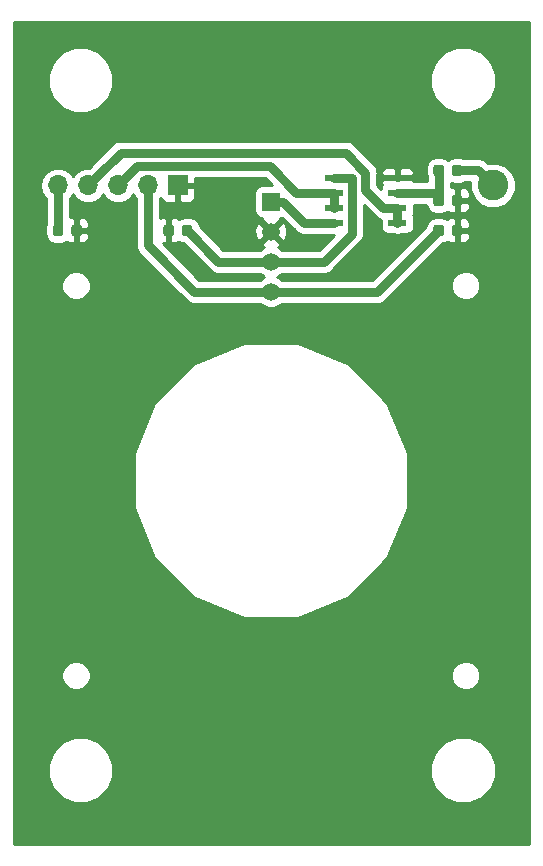
<source format=gbr>
G04 #@! TF.GenerationSoftware,KiCad,Pcbnew,(5.0.2)-1*
G04 #@! TF.CreationDate,2019-05-20T19:12:17+02:00*
G04 #@! TF.ProjectId,Carte capteurs 2,43617274-6520-4636-9170-746575727320,rev?*
G04 #@! TF.SameCoordinates,Original*
G04 #@! TF.FileFunction,Copper,L1,Top*
G04 #@! TF.FilePolarity,Positive*
%FSLAX46Y46*%
G04 Gerber Fmt 4.6, Leading zero omitted, Abs format (unit mm)*
G04 Created by KiCad (PCBNEW (5.0.2)-1) date 20/05/2019 19:12:17*
%MOMM*%
%LPD*%
G01*
G04 APERTURE LIST*
G04 #@! TA.AperFunction,Conductor*
%ADD10C,0.100000*%
G04 #@! TD*
G04 #@! TA.AperFunction,SMDPad,CuDef*
%ADD11C,0.875000*%
G04 #@! TD*
G04 #@! TA.AperFunction,ComponentPad*
%ADD12C,2.600000*%
G04 #@! TD*
G04 #@! TA.AperFunction,ComponentPad*
%ADD13R,1.700000X1.700000*%
G04 #@! TD*
G04 #@! TA.AperFunction,ComponentPad*
%ADD14O,1.700000X1.700000*%
G04 #@! TD*
G04 #@! TA.AperFunction,SMDPad,CuDef*
%ADD15R,1.550000X0.600000*%
G04 #@! TD*
G04 #@! TA.AperFunction,ComponentPad*
%ADD16C,1.500000*%
G04 #@! TD*
G04 #@! TA.AperFunction,ComponentPad*
%ADD17R,1.500000X1.500000*%
G04 #@! TD*
G04 #@! TA.AperFunction,Conductor*
%ADD18C,0.750000*%
G04 #@! TD*
G04 #@! TA.AperFunction,Conductor*
%ADD19C,0.254000*%
G04 #@! TD*
G04 APERTURE END LIST*
D10*
G04 #@! TO.N,GND*
G04 #@! TO.C,C1*
G36*
X37375191Y-42706053D02*
X37396426Y-42709203D01*
X37417250Y-42714419D01*
X37437462Y-42721651D01*
X37456868Y-42730830D01*
X37475281Y-42741866D01*
X37492524Y-42754654D01*
X37508430Y-42769070D01*
X37522846Y-42784976D01*
X37535634Y-42802219D01*
X37546670Y-42820632D01*
X37555849Y-42840038D01*
X37563081Y-42860250D01*
X37568297Y-42881074D01*
X37571447Y-42902309D01*
X37572500Y-42923750D01*
X37572500Y-43436250D01*
X37571447Y-43457691D01*
X37568297Y-43478926D01*
X37563081Y-43499750D01*
X37555849Y-43519962D01*
X37546670Y-43539368D01*
X37535634Y-43557781D01*
X37522846Y-43575024D01*
X37508430Y-43590930D01*
X37492524Y-43605346D01*
X37475281Y-43618134D01*
X37456868Y-43629170D01*
X37437462Y-43638349D01*
X37417250Y-43645581D01*
X37396426Y-43650797D01*
X37375191Y-43653947D01*
X37353750Y-43655000D01*
X36916250Y-43655000D01*
X36894809Y-43653947D01*
X36873574Y-43650797D01*
X36852750Y-43645581D01*
X36832538Y-43638349D01*
X36813132Y-43629170D01*
X36794719Y-43618134D01*
X36777476Y-43605346D01*
X36761570Y-43590930D01*
X36747154Y-43575024D01*
X36734366Y-43557781D01*
X36723330Y-43539368D01*
X36714151Y-43519962D01*
X36706919Y-43499750D01*
X36701703Y-43478926D01*
X36698553Y-43457691D01*
X36697500Y-43436250D01*
X36697500Y-42923750D01*
X36698553Y-42902309D01*
X36701703Y-42881074D01*
X36706919Y-42860250D01*
X36714151Y-42840038D01*
X36723330Y-42820632D01*
X36734366Y-42802219D01*
X36747154Y-42784976D01*
X36761570Y-42769070D01*
X36777476Y-42754654D01*
X36794719Y-42741866D01*
X36813132Y-42730830D01*
X36832538Y-42721651D01*
X36852750Y-42714419D01*
X36873574Y-42709203D01*
X36894809Y-42706053D01*
X36916250Y-42705000D01*
X37353750Y-42705000D01*
X37375191Y-42706053D01*
X37375191Y-42706053D01*
G37*
D11*
G04 #@! TD*
G04 #@! TO.P,C1,2*
G04 #@! TO.N,GND*
X37135000Y-43180000D03*
D10*
G04 #@! TO.N,+5V*
G04 #@! TO.C,C1*
G36*
X35800191Y-42706053D02*
X35821426Y-42709203D01*
X35842250Y-42714419D01*
X35862462Y-42721651D01*
X35881868Y-42730830D01*
X35900281Y-42741866D01*
X35917524Y-42754654D01*
X35933430Y-42769070D01*
X35947846Y-42784976D01*
X35960634Y-42802219D01*
X35971670Y-42820632D01*
X35980849Y-42840038D01*
X35988081Y-42860250D01*
X35993297Y-42881074D01*
X35996447Y-42902309D01*
X35997500Y-42923750D01*
X35997500Y-43436250D01*
X35996447Y-43457691D01*
X35993297Y-43478926D01*
X35988081Y-43499750D01*
X35980849Y-43519962D01*
X35971670Y-43539368D01*
X35960634Y-43557781D01*
X35947846Y-43575024D01*
X35933430Y-43590930D01*
X35917524Y-43605346D01*
X35900281Y-43618134D01*
X35881868Y-43629170D01*
X35862462Y-43638349D01*
X35842250Y-43645581D01*
X35821426Y-43650797D01*
X35800191Y-43653947D01*
X35778750Y-43655000D01*
X35341250Y-43655000D01*
X35319809Y-43653947D01*
X35298574Y-43650797D01*
X35277750Y-43645581D01*
X35257538Y-43638349D01*
X35238132Y-43629170D01*
X35219719Y-43618134D01*
X35202476Y-43605346D01*
X35186570Y-43590930D01*
X35172154Y-43575024D01*
X35159366Y-43557781D01*
X35148330Y-43539368D01*
X35139151Y-43519962D01*
X35131919Y-43499750D01*
X35126703Y-43478926D01*
X35123553Y-43457691D01*
X35122500Y-43436250D01*
X35122500Y-42923750D01*
X35123553Y-42902309D01*
X35126703Y-42881074D01*
X35131919Y-42860250D01*
X35139151Y-42840038D01*
X35148330Y-42820632D01*
X35159366Y-42802219D01*
X35172154Y-42784976D01*
X35186570Y-42769070D01*
X35202476Y-42754654D01*
X35219719Y-42741866D01*
X35238132Y-42730830D01*
X35257538Y-42721651D01*
X35277750Y-42714419D01*
X35298574Y-42709203D01*
X35319809Y-42706053D01*
X35341250Y-42705000D01*
X35778750Y-42705000D01*
X35800191Y-42706053D01*
X35800191Y-42706053D01*
G37*
D11*
G04 #@! TD*
G04 #@! TO.P,C1,1*
G04 #@! TO.N,+5V*
X35560000Y-43180000D03*
D10*
G04 #@! TO.N,GND*
G04 #@! TO.C,C2*
G36*
X69607691Y-42706053D02*
X69628926Y-42709203D01*
X69649750Y-42714419D01*
X69669962Y-42721651D01*
X69689368Y-42730830D01*
X69707781Y-42741866D01*
X69725024Y-42754654D01*
X69740930Y-42769070D01*
X69755346Y-42784976D01*
X69768134Y-42802219D01*
X69779170Y-42820632D01*
X69788349Y-42840038D01*
X69795581Y-42860250D01*
X69800797Y-42881074D01*
X69803947Y-42902309D01*
X69805000Y-42923750D01*
X69805000Y-43436250D01*
X69803947Y-43457691D01*
X69800797Y-43478926D01*
X69795581Y-43499750D01*
X69788349Y-43519962D01*
X69779170Y-43539368D01*
X69768134Y-43557781D01*
X69755346Y-43575024D01*
X69740930Y-43590930D01*
X69725024Y-43605346D01*
X69707781Y-43618134D01*
X69689368Y-43629170D01*
X69669962Y-43638349D01*
X69649750Y-43645581D01*
X69628926Y-43650797D01*
X69607691Y-43653947D01*
X69586250Y-43655000D01*
X69148750Y-43655000D01*
X69127309Y-43653947D01*
X69106074Y-43650797D01*
X69085250Y-43645581D01*
X69065038Y-43638349D01*
X69045632Y-43629170D01*
X69027219Y-43618134D01*
X69009976Y-43605346D01*
X68994070Y-43590930D01*
X68979654Y-43575024D01*
X68966866Y-43557781D01*
X68955830Y-43539368D01*
X68946651Y-43519962D01*
X68939419Y-43499750D01*
X68934203Y-43478926D01*
X68931053Y-43457691D01*
X68930000Y-43436250D01*
X68930000Y-42923750D01*
X68931053Y-42902309D01*
X68934203Y-42881074D01*
X68939419Y-42860250D01*
X68946651Y-42840038D01*
X68955830Y-42820632D01*
X68966866Y-42802219D01*
X68979654Y-42784976D01*
X68994070Y-42769070D01*
X69009976Y-42754654D01*
X69027219Y-42741866D01*
X69045632Y-42730830D01*
X69065038Y-42721651D01*
X69085250Y-42714419D01*
X69106074Y-42709203D01*
X69127309Y-42706053D01*
X69148750Y-42705000D01*
X69586250Y-42705000D01*
X69607691Y-42706053D01*
X69607691Y-42706053D01*
G37*
D11*
G04 #@! TD*
G04 #@! TO.P,C2,1*
G04 #@! TO.N,GND*
X69367500Y-43180000D03*
D10*
G04 #@! TO.N,VCurrentRef*
G04 #@! TO.C,C2*
G36*
X68032691Y-42706053D02*
X68053926Y-42709203D01*
X68074750Y-42714419D01*
X68094962Y-42721651D01*
X68114368Y-42730830D01*
X68132781Y-42741866D01*
X68150024Y-42754654D01*
X68165930Y-42769070D01*
X68180346Y-42784976D01*
X68193134Y-42802219D01*
X68204170Y-42820632D01*
X68213349Y-42840038D01*
X68220581Y-42860250D01*
X68225797Y-42881074D01*
X68228947Y-42902309D01*
X68230000Y-42923750D01*
X68230000Y-43436250D01*
X68228947Y-43457691D01*
X68225797Y-43478926D01*
X68220581Y-43499750D01*
X68213349Y-43519962D01*
X68204170Y-43539368D01*
X68193134Y-43557781D01*
X68180346Y-43575024D01*
X68165930Y-43590930D01*
X68150024Y-43605346D01*
X68132781Y-43618134D01*
X68114368Y-43629170D01*
X68094962Y-43638349D01*
X68074750Y-43645581D01*
X68053926Y-43650797D01*
X68032691Y-43653947D01*
X68011250Y-43655000D01*
X67573750Y-43655000D01*
X67552309Y-43653947D01*
X67531074Y-43650797D01*
X67510250Y-43645581D01*
X67490038Y-43638349D01*
X67470632Y-43629170D01*
X67452219Y-43618134D01*
X67434976Y-43605346D01*
X67419070Y-43590930D01*
X67404654Y-43575024D01*
X67391866Y-43557781D01*
X67380830Y-43539368D01*
X67371651Y-43519962D01*
X67364419Y-43499750D01*
X67359203Y-43478926D01*
X67356053Y-43457691D01*
X67355000Y-43436250D01*
X67355000Y-42923750D01*
X67356053Y-42902309D01*
X67359203Y-42881074D01*
X67364419Y-42860250D01*
X67371651Y-42840038D01*
X67380830Y-42820632D01*
X67391866Y-42802219D01*
X67404654Y-42784976D01*
X67419070Y-42769070D01*
X67434976Y-42754654D01*
X67452219Y-42741866D01*
X67470632Y-42730830D01*
X67490038Y-42721651D01*
X67510250Y-42714419D01*
X67531074Y-42709203D01*
X67552309Y-42706053D01*
X67573750Y-42705000D01*
X68011250Y-42705000D01*
X68032691Y-42706053D01*
X68032691Y-42706053D01*
G37*
D11*
G04 #@! TD*
G04 #@! TO.P,C2,2*
G04 #@! TO.N,VCurrentRef*
X67792500Y-43180000D03*
D10*
G04 #@! TO.N,Net-(C3-Pad1)*
G04 #@! TO.C,C3*
G36*
X46747691Y-42706053D02*
X46768926Y-42709203D01*
X46789750Y-42714419D01*
X46809962Y-42721651D01*
X46829368Y-42730830D01*
X46847781Y-42741866D01*
X46865024Y-42754654D01*
X46880930Y-42769070D01*
X46895346Y-42784976D01*
X46908134Y-42802219D01*
X46919170Y-42820632D01*
X46928349Y-42840038D01*
X46935581Y-42860250D01*
X46940797Y-42881074D01*
X46943947Y-42902309D01*
X46945000Y-42923750D01*
X46945000Y-43436250D01*
X46943947Y-43457691D01*
X46940797Y-43478926D01*
X46935581Y-43499750D01*
X46928349Y-43519962D01*
X46919170Y-43539368D01*
X46908134Y-43557781D01*
X46895346Y-43575024D01*
X46880930Y-43590930D01*
X46865024Y-43605346D01*
X46847781Y-43618134D01*
X46829368Y-43629170D01*
X46809962Y-43638349D01*
X46789750Y-43645581D01*
X46768926Y-43650797D01*
X46747691Y-43653947D01*
X46726250Y-43655000D01*
X46288750Y-43655000D01*
X46267309Y-43653947D01*
X46246074Y-43650797D01*
X46225250Y-43645581D01*
X46205038Y-43638349D01*
X46185632Y-43629170D01*
X46167219Y-43618134D01*
X46149976Y-43605346D01*
X46134070Y-43590930D01*
X46119654Y-43575024D01*
X46106866Y-43557781D01*
X46095830Y-43539368D01*
X46086651Y-43519962D01*
X46079419Y-43499750D01*
X46074203Y-43478926D01*
X46071053Y-43457691D01*
X46070000Y-43436250D01*
X46070000Y-42923750D01*
X46071053Y-42902309D01*
X46074203Y-42881074D01*
X46079419Y-42860250D01*
X46086651Y-42840038D01*
X46095830Y-42820632D01*
X46106866Y-42802219D01*
X46119654Y-42784976D01*
X46134070Y-42769070D01*
X46149976Y-42754654D01*
X46167219Y-42741866D01*
X46185632Y-42730830D01*
X46205038Y-42721651D01*
X46225250Y-42714419D01*
X46246074Y-42709203D01*
X46267309Y-42706053D01*
X46288750Y-42705000D01*
X46726250Y-42705000D01*
X46747691Y-42706053D01*
X46747691Y-42706053D01*
G37*
D11*
G04 #@! TD*
G04 #@! TO.P,C3,1*
G04 #@! TO.N,Net-(C3-Pad1)*
X46507500Y-43180000D03*
D10*
G04 #@! TO.N,GND*
G04 #@! TO.C,C3*
G36*
X45172691Y-42706053D02*
X45193926Y-42709203D01*
X45214750Y-42714419D01*
X45234962Y-42721651D01*
X45254368Y-42730830D01*
X45272781Y-42741866D01*
X45290024Y-42754654D01*
X45305930Y-42769070D01*
X45320346Y-42784976D01*
X45333134Y-42802219D01*
X45344170Y-42820632D01*
X45353349Y-42840038D01*
X45360581Y-42860250D01*
X45365797Y-42881074D01*
X45368947Y-42902309D01*
X45370000Y-42923750D01*
X45370000Y-43436250D01*
X45368947Y-43457691D01*
X45365797Y-43478926D01*
X45360581Y-43499750D01*
X45353349Y-43519962D01*
X45344170Y-43539368D01*
X45333134Y-43557781D01*
X45320346Y-43575024D01*
X45305930Y-43590930D01*
X45290024Y-43605346D01*
X45272781Y-43618134D01*
X45254368Y-43629170D01*
X45234962Y-43638349D01*
X45214750Y-43645581D01*
X45193926Y-43650797D01*
X45172691Y-43653947D01*
X45151250Y-43655000D01*
X44713750Y-43655000D01*
X44692309Y-43653947D01*
X44671074Y-43650797D01*
X44650250Y-43645581D01*
X44630038Y-43638349D01*
X44610632Y-43629170D01*
X44592219Y-43618134D01*
X44574976Y-43605346D01*
X44559070Y-43590930D01*
X44544654Y-43575024D01*
X44531866Y-43557781D01*
X44520830Y-43539368D01*
X44511651Y-43519962D01*
X44504419Y-43499750D01*
X44499203Y-43478926D01*
X44496053Y-43457691D01*
X44495000Y-43436250D01*
X44495000Y-42923750D01*
X44496053Y-42902309D01*
X44499203Y-42881074D01*
X44504419Y-42860250D01*
X44511651Y-42840038D01*
X44520830Y-42820632D01*
X44531866Y-42802219D01*
X44544654Y-42784976D01*
X44559070Y-42769070D01*
X44574976Y-42754654D01*
X44592219Y-42741866D01*
X44610632Y-42730830D01*
X44630038Y-42721651D01*
X44650250Y-42714419D01*
X44671074Y-42709203D01*
X44692309Y-42706053D01*
X44713750Y-42705000D01*
X45151250Y-42705000D01*
X45172691Y-42706053D01*
X45172691Y-42706053D01*
G37*
D11*
G04 #@! TD*
G04 #@! TO.P,C3,2*
G04 #@! TO.N,GND*
X44932500Y-43180000D03*
D12*
G04 #@! TO.P,J0,1*
G04 #@! TO.N,Net-(J0-Pad1)*
X72390000Y-39370000D03*
G04 #@! TD*
D13*
G04 #@! TO.P,J1,1*
G04 #@! TO.N,GND*
X45720000Y-39370000D03*
D14*
G04 #@! TO.P,J1,2*
G04 #@! TO.N,VCurrentRef*
X43180000Y-39370000D03*
G04 #@! TO.P,J1,3*
G04 #@! TO.N,VCurrentProbe*
X40640000Y-39370000D03*
G04 #@! TO.P,J1,4*
G04 #@! TO.N,VProbeOut*
X38100000Y-39370000D03*
G04 #@! TO.P,J1,5*
G04 #@! TO.N,+5V*
X35560000Y-39370000D03*
G04 #@! TD*
D10*
G04 #@! TO.N,Net-(J0-Pad1)*
G04 #@! TO.C,R1*
G36*
X69607691Y-37626053D02*
X69628926Y-37629203D01*
X69649750Y-37634419D01*
X69669962Y-37641651D01*
X69689368Y-37650830D01*
X69707781Y-37661866D01*
X69725024Y-37674654D01*
X69740930Y-37689070D01*
X69755346Y-37704976D01*
X69768134Y-37722219D01*
X69779170Y-37740632D01*
X69788349Y-37760038D01*
X69795581Y-37780250D01*
X69800797Y-37801074D01*
X69803947Y-37822309D01*
X69805000Y-37843750D01*
X69805000Y-38356250D01*
X69803947Y-38377691D01*
X69800797Y-38398926D01*
X69795581Y-38419750D01*
X69788349Y-38439962D01*
X69779170Y-38459368D01*
X69768134Y-38477781D01*
X69755346Y-38495024D01*
X69740930Y-38510930D01*
X69725024Y-38525346D01*
X69707781Y-38538134D01*
X69689368Y-38549170D01*
X69669962Y-38558349D01*
X69649750Y-38565581D01*
X69628926Y-38570797D01*
X69607691Y-38573947D01*
X69586250Y-38575000D01*
X69148750Y-38575000D01*
X69127309Y-38573947D01*
X69106074Y-38570797D01*
X69085250Y-38565581D01*
X69065038Y-38558349D01*
X69045632Y-38549170D01*
X69027219Y-38538134D01*
X69009976Y-38525346D01*
X68994070Y-38510930D01*
X68979654Y-38495024D01*
X68966866Y-38477781D01*
X68955830Y-38459368D01*
X68946651Y-38439962D01*
X68939419Y-38419750D01*
X68934203Y-38398926D01*
X68931053Y-38377691D01*
X68930000Y-38356250D01*
X68930000Y-37843750D01*
X68931053Y-37822309D01*
X68934203Y-37801074D01*
X68939419Y-37780250D01*
X68946651Y-37760038D01*
X68955830Y-37740632D01*
X68966866Y-37722219D01*
X68979654Y-37704976D01*
X68994070Y-37689070D01*
X69009976Y-37674654D01*
X69027219Y-37661866D01*
X69045632Y-37650830D01*
X69065038Y-37641651D01*
X69085250Y-37634419D01*
X69106074Y-37629203D01*
X69127309Y-37626053D01*
X69148750Y-37625000D01*
X69586250Y-37625000D01*
X69607691Y-37626053D01*
X69607691Y-37626053D01*
G37*
D11*
G04 #@! TD*
G04 #@! TO.P,R1,1*
G04 #@! TO.N,Net-(J0-Pad1)*
X69367500Y-38100000D03*
D10*
G04 #@! TO.N,Net-(R1-Pad2)*
G04 #@! TO.C,R1*
G36*
X68032691Y-37626053D02*
X68053926Y-37629203D01*
X68074750Y-37634419D01*
X68094962Y-37641651D01*
X68114368Y-37650830D01*
X68132781Y-37661866D01*
X68150024Y-37674654D01*
X68165930Y-37689070D01*
X68180346Y-37704976D01*
X68193134Y-37722219D01*
X68204170Y-37740632D01*
X68213349Y-37760038D01*
X68220581Y-37780250D01*
X68225797Y-37801074D01*
X68228947Y-37822309D01*
X68230000Y-37843750D01*
X68230000Y-38356250D01*
X68228947Y-38377691D01*
X68225797Y-38398926D01*
X68220581Y-38419750D01*
X68213349Y-38439962D01*
X68204170Y-38459368D01*
X68193134Y-38477781D01*
X68180346Y-38495024D01*
X68165930Y-38510930D01*
X68150024Y-38525346D01*
X68132781Y-38538134D01*
X68114368Y-38549170D01*
X68094962Y-38558349D01*
X68074750Y-38565581D01*
X68053926Y-38570797D01*
X68032691Y-38573947D01*
X68011250Y-38575000D01*
X67573750Y-38575000D01*
X67552309Y-38573947D01*
X67531074Y-38570797D01*
X67510250Y-38565581D01*
X67490038Y-38558349D01*
X67470632Y-38549170D01*
X67452219Y-38538134D01*
X67434976Y-38525346D01*
X67419070Y-38510930D01*
X67404654Y-38495024D01*
X67391866Y-38477781D01*
X67380830Y-38459368D01*
X67371651Y-38439962D01*
X67364419Y-38419750D01*
X67359203Y-38398926D01*
X67356053Y-38377691D01*
X67355000Y-38356250D01*
X67355000Y-37843750D01*
X67356053Y-37822309D01*
X67359203Y-37801074D01*
X67364419Y-37780250D01*
X67371651Y-37760038D01*
X67380830Y-37740632D01*
X67391866Y-37722219D01*
X67404654Y-37704976D01*
X67419070Y-37689070D01*
X67434976Y-37674654D01*
X67452219Y-37661866D01*
X67470632Y-37650830D01*
X67490038Y-37641651D01*
X67510250Y-37634419D01*
X67531074Y-37629203D01*
X67552309Y-37626053D01*
X67573750Y-37625000D01*
X68011250Y-37625000D01*
X68032691Y-37626053D01*
X68032691Y-37626053D01*
G37*
D11*
G04 #@! TD*
G04 #@! TO.P,R1,2*
G04 #@! TO.N,Net-(R1-Pad2)*
X67792500Y-38100000D03*
D10*
G04 #@! TO.N,GND*
G04 #@! TO.C,R2*
G36*
X69607691Y-40166053D02*
X69628926Y-40169203D01*
X69649750Y-40174419D01*
X69669962Y-40181651D01*
X69689368Y-40190830D01*
X69707781Y-40201866D01*
X69725024Y-40214654D01*
X69740930Y-40229070D01*
X69755346Y-40244976D01*
X69768134Y-40262219D01*
X69779170Y-40280632D01*
X69788349Y-40300038D01*
X69795581Y-40320250D01*
X69800797Y-40341074D01*
X69803947Y-40362309D01*
X69805000Y-40383750D01*
X69805000Y-40896250D01*
X69803947Y-40917691D01*
X69800797Y-40938926D01*
X69795581Y-40959750D01*
X69788349Y-40979962D01*
X69779170Y-40999368D01*
X69768134Y-41017781D01*
X69755346Y-41035024D01*
X69740930Y-41050930D01*
X69725024Y-41065346D01*
X69707781Y-41078134D01*
X69689368Y-41089170D01*
X69669962Y-41098349D01*
X69649750Y-41105581D01*
X69628926Y-41110797D01*
X69607691Y-41113947D01*
X69586250Y-41115000D01*
X69148750Y-41115000D01*
X69127309Y-41113947D01*
X69106074Y-41110797D01*
X69085250Y-41105581D01*
X69065038Y-41098349D01*
X69045632Y-41089170D01*
X69027219Y-41078134D01*
X69009976Y-41065346D01*
X68994070Y-41050930D01*
X68979654Y-41035024D01*
X68966866Y-41017781D01*
X68955830Y-40999368D01*
X68946651Y-40979962D01*
X68939419Y-40959750D01*
X68934203Y-40938926D01*
X68931053Y-40917691D01*
X68930000Y-40896250D01*
X68930000Y-40383750D01*
X68931053Y-40362309D01*
X68934203Y-40341074D01*
X68939419Y-40320250D01*
X68946651Y-40300038D01*
X68955830Y-40280632D01*
X68966866Y-40262219D01*
X68979654Y-40244976D01*
X68994070Y-40229070D01*
X69009976Y-40214654D01*
X69027219Y-40201866D01*
X69045632Y-40190830D01*
X69065038Y-40181651D01*
X69085250Y-40174419D01*
X69106074Y-40169203D01*
X69127309Y-40166053D01*
X69148750Y-40165000D01*
X69586250Y-40165000D01*
X69607691Y-40166053D01*
X69607691Y-40166053D01*
G37*
D11*
G04 #@! TD*
G04 #@! TO.P,R2,2*
G04 #@! TO.N,GND*
X69367500Y-40640000D03*
D10*
G04 #@! TO.N,Net-(R1-Pad2)*
G04 #@! TO.C,R2*
G36*
X68032691Y-40166053D02*
X68053926Y-40169203D01*
X68074750Y-40174419D01*
X68094962Y-40181651D01*
X68114368Y-40190830D01*
X68132781Y-40201866D01*
X68150024Y-40214654D01*
X68165930Y-40229070D01*
X68180346Y-40244976D01*
X68193134Y-40262219D01*
X68204170Y-40280632D01*
X68213349Y-40300038D01*
X68220581Y-40320250D01*
X68225797Y-40341074D01*
X68228947Y-40362309D01*
X68230000Y-40383750D01*
X68230000Y-40896250D01*
X68228947Y-40917691D01*
X68225797Y-40938926D01*
X68220581Y-40959750D01*
X68213349Y-40979962D01*
X68204170Y-40999368D01*
X68193134Y-41017781D01*
X68180346Y-41035024D01*
X68165930Y-41050930D01*
X68150024Y-41065346D01*
X68132781Y-41078134D01*
X68114368Y-41089170D01*
X68094962Y-41098349D01*
X68074750Y-41105581D01*
X68053926Y-41110797D01*
X68032691Y-41113947D01*
X68011250Y-41115000D01*
X67573750Y-41115000D01*
X67552309Y-41113947D01*
X67531074Y-41110797D01*
X67510250Y-41105581D01*
X67490038Y-41098349D01*
X67470632Y-41089170D01*
X67452219Y-41078134D01*
X67434976Y-41065346D01*
X67419070Y-41050930D01*
X67404654Y-41035024D01*
X67391866Y-41017781D01*
X67380830Y-40999368D01*
X67371651Y-40979962D01*
X67364419Y-40959750D01*
X67359203Y-40938926D01*
X67356053Y-40917691D01*
X67355000Y-40896250D01*
X67355000Y-40383750D01*
X67356053Y-40362309D01*
X67359203Y-40341074D01*
X67364419Y-40320250D01*
X67371651Y-40300038D01*
X67380830Y-40280632D01*
X67391866Y-40262219D01*
X67404654Y-40244976D01*
X67419070Y-40229070D01*
X67434976Y-40214654D01*
X67452219Y-40201866D01*
X67470632Y-40190830D01*
X67490038Y-40181651D01*
X67510250Y-40174419D01*
X67531074Y-40169203D01*
X67552309Y-40166053D01*
X67573750Y-40165000D01*
X68011250Y-40165000D01*
X68032691Y-40166053D01*
X68032691Y-40166053D01*
G37*
D11*
G04 #@! TD*
G04 #@! TO.P,R2,1*
G04 #@! TO.N,Net-(R1-Pad2)*
X67792500Y-40640000D03*
D15*
G04 #@! TO.P,U0,1*
G04 #@! TO.N,VProbeOut*
X64295000Y-42545000D03*
G04 #@! TO.P,U0,2*
X64295000Y-41275000D03*
G04 #@! TO.P,U0,3*
G04 #@! TO.N,Net-(R1-Pad2)*
X64295000Y-40005000D03*
G04 #@! TO.P,U0,4*
G04 #@! TO.N,GND*
X64295000Y-38735000D03*
G04 #@! TO.P,U0,5*
G04 #@! TO.N,Net-(C3-Pad1)*
X58895000Y-38735000D03*
G04 #@! TO.P,U0,6*
G04 #@! TO.N,VCurrentProbe*
X58895000Y-40005000D03*
G04 #@! TO.P,U0,7*
X58895000Y-41275000D03*
G04 #@! TO.P,U0,8*
G04 #@! TO.N,+5V*
X58895000Y-42545000D03*
G04 #@! TD*
D16*
G04 #@! TO.P,U1,4*
G04 #@! TO.N,VCurrentRef*
X53595001Y-48365001D03*
G04 #@! TO.P,U1,3*
G04 #@! TO.N,Net-(C3-Pad1)*
X53595001Y-45825001D03*
G04 #@! TO.P,U1,2*
G04 #@! TO.N,GND*
X53595001Y-43285001D03*
D17*
G04 #@! TO.P,U1,1*
G04 #@! TO.N,+5V*
X53595001Y-40745001D03*
G04 #@! TD*
D18*
G04 #@! TO.N,+5V*
X35560000Y-39370000D02*
X35560000Y-43180000D01*
X57870000Y-42545000D02*
X58895000Y-42545000D01*
X56395000Y-42545000D02*
X57870000Y-42545000D01*
X54595001Y-40745001D02*
X56395000Y-42545000D01*
X53595001Y-40745001D02*
X54595001Y-40745001D01*
G04 #@! TO.N,VCurrentRef*
X53595001Y-48365001D02*
X47095001Y-48365001D01*
X43180000Y-44450000D02*
X43180000Y-39370000D01*
X47095001Y-48365001D02*
X43180000Y-44450000D01*
X62607499Y-48365001D02*
X67792500Y-43180000D01*
X53595001Y-48365001D02*
X62607499Y-48365001D01*
G04 #@! TO.N,Net-(C3-Pad1)*
X49152501Y-45825001D02*
X46507500Y-43180000D01*
X53595001Y-45825001D02*
X49152501Y-45825001D01*
X60420000Y-38735000D02*
X58895000Y-38735000D01*
X60445001Y-38760001D02*
X60420000Y-38735000D01*
X60445001Y-43465001D02*
X60445001Y-38760001D01*
X58085001Y-45825001D02*
X60445001Y-43465001D01*
X53595001Y-45825001D02*
X58085001Y-45825001D01*
G04 #@! TO.N,Net-(J0-Pad1)*
X71120000Y-38100000D02*
X72390000Y-39370000D01*
X69367500Y-38100000D02*
X71120000Y-38100000D01*
G04 #@! TO.N,VCurrentProbe*
X58895000Y-41275000D02*
X58895000Y-40005000D01*
X58895000Y-40005000D02*
X58420000Y-40005000D01*
X41489999Y-38520001D02*
X40640000Y-39370000D01*
X42265001Y-37744999D02*
X41489999Y-38520001D01*
X53490001Y-37744999D02*
X42265001Y-37744999D01*
X55750002Y-40005000D02*
X53490001Y-37744999D01*
X58895000Y-40005000D02*
X55750002Y-40005000D01*
G04 #@! TO.N,VProbeOut*
X64295000Y-42545000D02*
X64295000Y-41275000D01*
X38949999Y-38520001D02*
X38100000Y-39370000D01*
X40875011Y-36594989D02*
X38949999Y-38520001D01*
X59906348Y-36594989D02*
X40875011Y-36594989D01*
X61595011Y-38283652D02*
X59906348Y-36594989D01*
X61595011Y-39775013D02*
X61595011Y-38283652D01*
X63094998Y-41275000D02*
X61595011Y-39775013D01*
X64295000Y-41275000D02*
X63094998Y-41275000D01*
G04 #@! TO.N,Net-(R1-Pad2)*
X67792500Y-40640000D02*
X67792500Y-38100000D01*
X65320000Y-40005000D02*
X64295000Y-40005000D01*
X67732500Y-40005000D02*
X65320000Y-40005000D01*
X67792500Y-40065000D02*
X67732500Y-40005000D01*
X67792500Y-40640000D02*
X67792500Y-40065000D01*
G04 #@! TD*
D19*
G04 #@! TO.N,GND*
G36*
X75438000Y-95123000D02*
X31877000Y-95123000D01*
X31877000Y-88346029D01*
X34680000Y-88346029D01*
X34680000Y-89453971D01*
X35103991Y-90477576D01*
X35887424Y-91261009D01*
X36911029Y-91685000D01*
X38018971Y-91685000D01*
X39042576Y-91261009D01*
X39826009Y-90477576D01*
X40250000Y-89453971D01*
X40250000Y-88346029D01*
X67065000Y-88346029D01*
X67065000Y-89453971D01*
X67488991Y-90477576D01*
X68272424Y-91261009D01*
X69296029Y-91685000D01*
X70403971Y-91685000D01*
X71427576Y-91261009D01*
X72211009Y-90477576D01*
X72635000Y-89453971D01*
X72635000Y-88346029D01*
X72211009Y-87322424D01*
X71427576Y-86538991D01*
X70403971Y-86115000D01*
X69296029Y-86115000D01*
X68272424Y-86538991D01*
X67488991Y-87322424D01*
X67065000Y-88346029D01*
X40250000Y-88346029D01*
X39826009Y-87322424D01*
X39042576Y-86538991D01*
X38018971Y-86115000D01*
X36911029Y-86115000D01*
X35887424Y-86538991D01*
X35103991Y-87322424D01*
X34680000Y-88346029D01*
X31877000Y-88346029D01*
X31877000Y-80619344D01*
X35860001Y-80619344D01*
X35860001Y-81110658D01*
X36048019Y-81564572D01*
X36395430Y-81911983D01*
X36849344Y-82100001D01*
X37340658Y-82100001D01*
X37794572Y-81911983D01*
X38141983Y-81564572D01*
X38330001Y-81110658D01*
X38330001Y-80619344D01*
X68860001Y-80619344D01*
X68860001Y-81110658D01*
X69048019Y-81564572D01*
X69395430Y-81911983D01*
X69849344Y-82100001D01*
X70340658Y-82100001D01*
X70794572Y-81911983D01*
X71141983Y-81564572D01*
X71330001Y-81110658D01*
X71330001Y-80619344D01*
X71141983Y-80165430D01*
X70794572Y-79818019D01*
X70340658Y-79630001D01*
X69849344Y-79630001D01*
X69395430Y-79818019D01*
X69048019Y-80165430D01*
X68860001Y-80619344D01*
X38330001Y-80619344D01*
X38141983Y-80165430D01*
X37794572Y-79818019D01*
X37340658Y-79630001D01*
X36849344Y-79630001D01*
X36395430Y-79818019D01*
X36048019Y-80165430D01*
X35860001Y-80619344D01*
X31877000Y-80619344D01*
X31877000Y-62050656D01*
X41960001Y-62050656D01*
X41960001Y-66679346D01*
X43731324Y-70955699D01*
X47004303Y-74228678D01*
X51280656Y-76000001D01*
X55909346Y-76000001D01*
X60185699Y-74228678D01*
X63458678Y-70955699D01*
X65230001Y-66679346D01*
X65230001Y-62050656D01*
X63458678Y-57774303D01*
X60185699Y-54501324D01*
X55909346Y-52730001D01*
X51280656Y-52730001D01*
X47004303Y-54501324D01*
X43731324Y-57774303D01*
X41960001Y-62050656D01*
X31877000Y-62050656D01*
X31877000Y-47619344D01*
X35860001Y-47619344D01*
X35860001Y-48110658D01*
X36048019Y-48564572D01*
X36395430Y-48911983D01*
X36849344Y-49100001D01*
X37340658Y-49100001D01*
X37794572Y-48911983D01*
X38141983Y-48564572D01*
X38330001Y-48110658D01*
X38330001Y-47619344D01*
X38141983Y-47165430D01*
X37794572Y-46818019D01*
X37340658Y-46630001D01*
X36849344Y-46630001D01*
X36395430Y-46818019D01*
X36048019Y-47165430D01*
X35860001Y-47619344D01*
X31877000Y-47619344D01*
X31877000Y-39370000D01*
X34045908Y-39370000D01*
X34161161Y-39949418D01*
X34489375Y-40440625D01*
X34550000Y-40481134D01*
X34550001Y-42578795D01*
X34540995Y-42592273D01*
X34475060Y-42923750D01*
X34475060Y-43436250D01*
X34540995Y-43767727D01*
X34728761Y-44048739D01*
X35009773Y-44236505D01*
X35341250Y-44302440D01*
X35778750Y-44302440D01*
X36110227Y-44236505D01*
X36272531Y-44128057D01*
X36337802Y-44193327D01*
X36571191Y-44290000D01*
X36849250Y-44290000D01*
X37008000Y-44131250D01*
X37008000Y-43307000D01*
X37262000Y-43307000D01*
X37262000Y-44131250D01*
X37420750Y-44290000D01*
X37698809Y-44290000D01*
X37932198Y-44193327D01*
X38110827Y-44014699D01*
X38207500Y-43781310D01*
X38207500Y-43465750D01*
X38048750Y-43307000D01*
X37262000Y-43307000D01*
X37008000Y-43307000D01*
X36988000Y-43307000D01*
X36988000Y-43053000D01*
X37008000Y-43053000D01*
X37008000Y-42228750D01*
X37262000Y-42228750D01*
X37262000Y-43053000D01*
X38048750Y-43053000D01*
X38207500Y-42894250D01*
X38207500Y-42578690D01*
X38110827Y-42345301D01*
X37932198Y-42166673D01*
X37698809Y-42070000D01*
X37420750Y-42070000D01*
X37262000Y-42228750D01*
X37008000Y-42228750D01*
X36849250Y-42070000D01*
X36571191Y-42070000D01*
X36570000Y-42070493D01*
X36570000Y-40481133D01*
X36630625Y-40440625D01*
X36830000Y-40142239D01*
X37029375Y-40440625D01*
X37520582Y-40768839D01*
X37953744Y-40855000D01*
X38246256Y-40855000D01*
X38679418Y-40768839D01*
X39170625Y-40440625D01*
X39370000Y-40142239D01*
X39569375Y-40440625D01*
X40060582Y-40768839D01*
X40493744Y-40855000D01*
X40786256Y-40855000D01*
X41219418Y-40768839D01*
X41710625Y-40440625D01*
X41910000Y-40142239D01*
X42109375Y-40440625D01*
X42170001Y-40481134D01*
X42170000Y-44350529D01*
X42150214Y-44450000D01*
X42170000Y-44549471D01*
X42170000Y-44549475D01*
X42228601Y-44844081D01*
X42451831Y-45178169D01*
X42536163Y-45234518D01*
X46310485Y-49008841D01*
X46366832Y-49093170D01*
X46451161Y-49149517D01*
X46451163Y-49149519D01*
X46700918Y-49316400D01*
X46762116Y-49328573D01*
X46995525Y-49375001D01*
X46995529Y-49375001D01*
X47095001Y-49394787D01*
X47194473Y-49375001D01*
X52646314Y-49375001D01*
X52810461Y-49539148D01*
X53319507Y-49750001D01*
X53870495Y-49750001D01*
X54379541Y-49539148D01*
X54543688Y-49375001D01*
X62508028Y-49375001D01*
X62607499Y-49394787D01*
X62706970Y-49375001D01*
X62706975Y-49375001D01*
X63001581Y-49316400D01*
X63335668Y-49093170D01*
X63392017Y-49008838D01*
X64781511Y-47619344D01*
X68860001Y-47619344D01*
X68860001Y-48110658D01*
X69048019Y-48564572D01*
X69395430Y-48911983D01*
X69849344Y-49100001D01*
X70340658Y-49100001D01*
X70794572Y-48911983D01*
X71141983Y-48564572D01*
X71330001Y-48110658D01*
X71330001Y-47619344D01*
X71141983Y-47165430D01*
X70794572Y-46818019D01*
X70340658Y-46630001D01*
X69849344Y-46630001D01*
X69395430Y-46818019D01*
X69048019Y-47165430D01*
X68860001Y-47619344D01*
X64781511Y-47619344D01*
X68120060Y-44280796D01*
X68342727Y-44236505D01*
X68505031Y-44128057D01*
X68570302Y-44193327D01*
X68803691Y-44290000D01*
X69081750Y-44290000D01*
X69240500Y-44131250D01*
X69240500Y-43307000D01*
X69494500Y-43307000D01*
X69494500Y-44131250D01*
X69653250Y-44290000D01*
X69931309Y-44290000D01*
X70164698Y-44193327D01*
X70343327Y-44014699D01*
X70440000Y-43781310D01*
X70440000Y-43465750D01*
X70281250Y-43307000D01*
X69494500Y-43307000D01*
X69240500Y-43307000D01*
X69220500Y-43307000D01*
X69220500Y-43053000D01*
X69240500Y-43053000D01*
X69240500Y-42228750D01*
X69494500Y-42228750D01*
X69494500Y-43053000D01*
X70281250Y-43053000D01*
X70440000Y-42894250D01*
X70440000Y-42578690D01*
X70343327Y-42345301D01*
X70164698Y-42166673D01*
X69931309Y-42070000D01*
X69653250Y-42070000D01*
X69494500Y-42228750D01*
X69240500Y-42228750D01*
X69081750Y-42070000D01*
X68803691Y-42070000D01*
X68570302Y-42166673D01*
X68505031Y-42231943D01*
X68342727Y-42123495D01*
X68011250Y-42057560D01*
X67573750Y-42057560D01*
X67242273Y-42123495D01*
X66961261Y-42311261D01*
X66773495Y-42592273D01*
X66729204Y-42814940D01*
X62189144Y-47355001D01*
X54543688Y-47355001D01*
X54379541Y-47190854D01*
X54148131Y-47095001D01*
X54379541Y-46999148D01*
X54543688Y-46835001D01*
X57985530Y-46835001D01*
X58085001Y-46854787D01*
X58184472Y-46835001D01*
X58184477Y-46835001D01*
X58479083Y-46776400D01*
X58813170Y-46553170D01*
X58869519Y-46468838D01*
X61088839Y-44249518D01*
X61173170Y-44193170D01*
X61396400Y-43859083D01*
X61455001Y-43564477D01*
X61455001Y-43564473D01*
X61474787Y-43465002D01*
X61455001Y-43365531D01*
X61455001Y-41063358D01*
X62310482Y-41918840D01*
X62366829Y-42003169D01*
X62451158Y-42059516D01*
X62451160Y-42059518D01*
X62546909Y-42123495D01*
X62700916Y-42226399D01*
X62872560Y-42260541D01*
X62872560Y-42845000D01*
X62921843Y-43092765D01*
X63062191Y-43302809D01*
X63272235Y-43443157D01*
X63520000Y-43492440D01*
X63894993Y-43492440D01*
X63900918Y-43496399D01*
X64295000Y-43574787D01*
X64689081Y-43496399D01*
X64695006Y-43492440D01*
X65070000Y-43492440D01*
X65317765Y-43443157D01*
X65527809Y-43302809D01*
X65668157Y-43092765D01*
X65717440Y-42845000D01*
X65717440Y-42245000D01*
X65668157Y-41997235D01*
X65609868Y-41910000D01*
X65668157Y-41822765D01*
X65717440Y-41575000D01*
X65717440Y-41015000D01*
X66731181Y-41015000D01*
X66773495Y-41227727D01*
X66961261Y-41508739D01*
X67242273Y-41696505D01*
X67573750Y-41762440D01*
X68011250Y-41762440D01*
X68342727Y-41696505D01*
X68505031Y-41588057D01*
X68570302Y-41653327D01*
X68803691Y-41750000D01*
X69081750Y-41750000D01*
X69240500Y-41591250D01*
X69240500Y-40767000D01*
X69494500Y-40767000D01*
X69494500Y-41591250D01*
X69653250Y-41750000D01*
X69931309Y-41750000D01*
X70164698Y-41653327D01*
X70343327Y-41474699D01*
X70440000Y-41241310D01*
X70440000Y-40925750D01*
X70281250Y-40767000D01*
X69494500Y-40767000D01*
X69240500Y-40767000D01*
X69220500Y-40767000D01*
X69220500Y-40513000D01*
X69240500Y-40513000D01*
X69240500Y-39688750D01*
X69494500Y-39688750D01*
X69494500Y-40513000D01*
X70281250Y-40513000D01*
X70440000Y-40354250D01*
X70440000Y-40038690D01*
X70343327Y-39805301D01*
X70164698Y-39626673D01*
X69931309Y-39530000D01*
X69653250Y-39530000D01*
X69494500Y-39688750D01*
X69240500Y-39688750D01*
X69081750Y-39530000D01*
X68803691Y-39530000D01*
X68802500Y-39530493D01*
X68802500Y-39146634D01*
X68817273Y-39156505D01*
X69148750Y-39222440D01*
X69586250Y-39222440D01*
X69917727Y-39156505D01*
X69987327Y-39110000D01*
X70455000Y-39110000D01*
X70455000Y-39754895D01*
X70749586Y-40466090D01*
X71293910Y-41010414D01*
X72005105Y-41305000D01*
X72774895Y-41305000D01*
X73486090Y-41010414D01*
X74030414Y-40466090D01*
X74325000Y-39754895D01*
X74325000Y-38985105D01*
X74030414Y-38273910D01*
X73486090Y-37729586D01*
X72774895Y-37435000D01*
X72005105Y-37435000D01*
X71919015Y-37470660D01*
X71904518Y-37456163D01*
X71848169Y-37371831D01*
X71514082Y-37148601D01*
X71219476Y-37090000D01*
X71219471Y-37090000D01*
X71120000Y-37070214D01*
X71020529Y-37090000D01*
X69987327Y-37090000D01*
X69917727Y-37043495D01*
X69586250Y-36977560D01*
X69148750Y-36977560D01*
X68817273Y-37043495D01*
X68580000Y-37202036D01*
X68342727Y-37043495D01*
X68011250Y-36977560D01*
X67573750Y-36977560D01*
X67242273Y-37043495D01*
X66961261Y-37231261D01*
X66773495Y-37512273D01*
X66707560Y-37843750D01*
X66707560Y-38356250D01*
X66773495Y-38687727D01*
X66782501Y-38701205D01*
X66782501Y-38995000D01*
X65679250Y-38995000D01*
X65546250Y-38862000D01*
X64422000Y-38862000D01*
X64422000Y-38882000D01*
X64168000Y-38882000D01*
X64168000Y-38862000D01*
X63043750Y-38862000D01*
X62885000Y-39020750D01*
X62885000Y-39161310D01*
X62974768Y-39378028D01*
X62921843Y-39457235D01*
X62885964Y-39637611D01*
X62605011Y-39356658D01*
X62605011Y-38383122D01*
X62619816Y-38308690D01*
X62885000Y-38308690D01*
X62885000Y-38449250D01*
X63043750Y-38608000D01*
X64168000Y-38608000D01*
X64168000Y-37958750D01*
X64422000Y-37958750D01*
X64422000Y-38608000D01*
X65546250Y-38608000D01*
X65705000Y-38449250D01*
X65705000Y-38308690D01*
X65608327Y-38075301D01*
X65429698Y-37896673D01*
X65196309Y-37800000D01*
X64580750Y-37800000D01*
X64422000Y-37958750D01*
X64168000Y-37958750D01*
X64009250Y-37800000D01*
X63393691Y-37800000D01*
X63160302Y-37896673D01*
X62981673Y-38075301D01*
X62885000Y-38308690D01*
X62619816Y-38308690D01*
X62624797Y-38283651D01*
X62605011Y-38184180D01*
X62605011Y-38184176D01*
X62546410Y-37889570D01*
X62323180Y-37555483D01*
X62238848Y-37499134D01*
X60690866Y-35951152D01*
X60634517Y-35866820D01*
X60300430Y-35643590D01*
X60005824Y-35584989D01*
X60005819Y-35584989D01*
X59906348Y-35565203D01*
X59806877Y-35584989D01*
X40974481Y-35584989D01*
X40875010Y-35565203D01*
X40775539Y-35584989D01*
X40775535Y-35584989D01*
X40480929Y-35643590D01*
X40146842Y-35866820D01*
X40090493Y-35951152D01*
X38156645Y-37885000D01*
X37953744Y-37885000D01*
X37520582Y-37971161D01*
X37029375Y-38299375D01*
X36830000Y-38597761D01*
X36630625Y-38299375D01*
X36139418Y-37971161D01*
X35706256Y-37885000D01*
X35413744Y-37885000D01*
X34980582Y-37971161D01*
X34489375Y-38299375D01*
X34161161Y-38790582D01*
X34045908Y-39370000D01*
X31877000Y-39370000D01*
X31877000Y-29926029D01*
X34680000Y-29926029D01*
X34680000Y-31033971D01*
X35103991Y-32057576D01*
X35887424Y-32841009D01*
X36911029Y-33265000D01*
X38018971Y-33265000D01*
X39042576Y-32841009D01*
X39826009Y-32057576D01*
X40250000Y-31033971D01*
X40250000Y-29926029D01*
X67065000Y-29926029D01*
X67065000Y-31033971D01*
X67488991Y-32057576D01*
X68272424Y-32841009D01*
X69296029Y-33265000D01*
X70403971Y-33265000D01*
X71427576Y-32841009D01*
X72211009Y-32057576D01*
X72635000Y-31033971D01*
X72635000Y-29926029D01*
X72211009Y-28902424D01*
X71427576Y-28118991D01*
X70403971Y-27695000D01*
X69296029Y-27695000D01*
X68272424Y-28118991D01*
X67488991Y-28902424D01*
X67065000Y-29926029D01*
X40250000Y-29926029D01*
X39826009Y-28902424D01*
X39042576Y-28118991D01*
X38018971Y-27695000D01*
X36911029Y-27695000D01*
X35887424Y-28118991D01*
X35103991Y-28902424D01*
X34680000Y-29926029D01*
X31877000Y-29926029D01*
X31877000Y-25527000D01*
X75438000Y-25527000D01*
X75438000Y-95123000D01*
X75438000Y-95123000D01*
G37*
X75438000Y-95123000D02*
X31877000Y-95123000D01*
X31877000Y-88346029D01*
X34680000Y-88346029D01*
X34680000Y-89453971D01*
X35103991Y-90477576D01*
X35887424Y-91261009D01*
X36911029Y-91685000D01*
X38018971Y-91685000D01*
X39042576Y-91261009D01*
X39826009Y-90477576D01*
X40250000Y-89453971D01*
X40250000Y-88346029D01*
X67065000Y-88346029D01*
X67065000Y-89453971D01*
X67488991Y-90477576D01*
X68272424Y-91261009D01*
X69296029Y-91685000D01*
X70403971Y-91685000D01*
X71427576Y-91261009D01*
X72211009Y-90477576D01*
X72635000Y-89453971D01*
X72635000Y-88346029D01*
X72211009Y-87322424D01*
X71427576Y-86538991D01*
X70403971Y-86115000D01*
X69296029Y-86115000D01*
X68272424Y-86538991D01*
X67488991Y-87322424D01*
X67065000Y-88346029D01*
X40250000Y-88346029D01*
X39826009Y-87322424D01*
X39042576Y-86538991D01*
X38018971Y-86115000D01*
X36911029Y-86115000D01*
X35887424Y-86538991D01*
X35103991Y-87322424D01*
X34680000Y-88346029D01*
X31877000Y-88346029D01*
X31877000Y-80619344D01*
X35860001Y-80619344D01*
X35860001Y-81110658D01*
X36048019Y-81564572D01*
X36395430Y-81911983D01*
X36849344Y-82100001D01*
X37340658Y-82100001D01*
X37794572Y-81911983D01*
X38141983Y-81564572D01*
X38330001Y-81110658D01*
X38330001Y-80619344D01*
X68860001Y-80619344D01*
X68860001Y-81110658D01*
X69048019Y-81564572D01*
X69395430Y-81911983D01*
X69849344Y-82100001D01*
X70340658Y-82100001D01*
X70794572Y-81911983D01*
X71141983Y-81564572D01*
X71330001Y-81110658D01*
X71330001Y-80619344D01*
X71141983Y-80165430D01*
X70794572Y-79818019D01*
X70340658Y-79630001D01*
X69849344Y-79630001D01*
X69395430Y-79818019D01*
X69048019Y-80165430D01*
X68860001Y-80619344D01*
X38330001Y-80619344D01*
X38141983Y-80165430D01*
X37794572Y-79818019D01*
X37340658Y-79630001D01*
X36849344Y-79630001D01*
X36395430Y-79818019D01*
X36048019Y-80165430D01*
X35860001Y-80619344D01*
X31877000Y-80619344D01*
X31877000Y-62050656D01*
X41960001Y-62050656D01*
X41960001Y-66679346D01*
X43731324Y-70955699D01*
X47004303Y-74228678D01*
X51280656Y-76000001D01*
X55909346Y-76000001D01*
X60185699Y-74228678D01*
X63458678Y-70955699D01*
X65230001Y-66679346D01*
X65230001Y-62050656D01*
X63458678Y-57774303D01*
X60185699Y-54501324D01*
X55909346Y-52730001D01*
X51280656Y-52730001D01*
X47004303Y-54501324D01*
X43731324Y-57774303D01*
X41960001Y-62050656D01*
X31877000Y-62050656D01*
X31877000Y-47619344D01*
X35860001Y-47619344D01*
X35860001Y-48110658D01*
X36048019Y-48564572D01*
X36395430Y-48911983D01*
X36849344Y-49100001D01*
X37340658Y-49100001D01*
X37794572Y-48911983D01*
X38141983Y-48564572D01*
X38330001Y-48110658D01*
X38330001Y-47619344D01*
X38141983Y-47165430D01*
X37794572Y-46818019D01*
X37340658Y-46630001D01*
X36849344Y-46630001D01*
X36395430Y-46818019D01*
X36048019Y-47165430D01*
X35860001Y-47619344D01*
X31877000Y-47619344D01*
X31877000Y-39370000D01*
X34045908Y-39370000D01*
X34161161Y-39949418D01*
X34489375Y-40440625D01*
X34550000Y-40481134D01*
X34550001Y-42578795D01*
X34540995Y-42592273D01*
X34475060Y-42923750D01*
X34475060Y-43436250D01*
X34540995Y-43767727D01*
X34728761Y-44048739D01*
X35009773Y-44236505D01*
X35341250Y-44302440D01*
X35778750Y-44302440D01*
X36110227Y-44236505D01*
X36272531Y-44128057D01*
X36337802Y-44193327D01*
X36571191Y-44290000D01*
X36849250Y-44290000D01*
X37008000Y-44131250D01*
X37008000Y-43307000D01*
X37262000Y-43307000D01*
X37262000Y-44131250D01*
X37420750Y-44290000D01*
X37698809Y-44290000D01*
X37932198Y-44193327D01*
X38110827Y-44014699D01*
X38207500Y-43781310D01*
X38207500Y-43465750D01*
X38048750Y-43307000D01*
X37262000Y-43307000D01*
X37008000Y-43307000D01*
X36988000Y-43307000D01*
X36988000Y-43053000D01*
X37008000Y-43053000D01*
X37008000Y-42228750D01*
X37262000Y-42228750D01*
X37262000Y-43053000D01*
X38048750Y-43053000D01*
X38207500Y-42894250D01*
X38207500Y-42578690D01*
X38110827Y-42345301D01*
X37932198Y-42166673D01*
X37698809Y-42070000D01*
X37420750Y-42070000D01*
X37262000Y-42228750D01*
X37008000Y-42228750D01*
X36849250Y-42070000D01*
X36571191Y-42070000D01*
X36570000Y-42070493D01*
X36570000Y-40481133D01*
X36630625Y-40440625D01*
X36830000Y-40142239D01*
X37029375Y-40440625D01*
X37520582Y-40768839D01*
X37953744Y-40855000D01*
X38246256Y-40855000D01*
X38679418Y-40768839D01*
X39170625Y-40440625D01*
X39370000Y-40142239D01*
X39569375Y-40440625D01*
X40060582Y-40768839D01*
X40493744Y-40855000D01*
X40786256Y-40855000D01*
X41219418Y-40768839D01*
X41710625Y-40440625D01*
X41910000Y-40142239D01*
X42109375Y-40440625D01*
X42170001Y-40481134D01*
X42170000Y-44350529D01*
X42150214Y-44450000D01*
X42170000Y-44549471D01*
X42170000Y-44549475D01*
X42228601Y-44844081D01*
X42451831Y-45178169D01*
X42536163Y-45234518D01*
X46310485Y-49008841D01*
X46366832Y-49093170D01*
X46451161Y-49149517D01*
X46451163Y-49149519D01*
X46700918Y-49316400D01*
X46762116Y-49328573D01*
X46995525Y-49375001D01*
X46995529Y-49375001D01*
X47095001Y-49394787D01*
X47194473Y-49375001D01*
X52646314Y-49375001D01*
X52810461Y-49539148D01*
X53319507Y-49750001D01*
X53870495Y-49750001D01*
X54379541Y-49539148D01*
X54543688Y-49375001D01*
X62508028Y-49375001D01*
X62607499Y-49394787D01*
X62706970Y-49375001D01*
X62706975Y-49375001D01*
X63001581Y-49316400D01*
X63335668Y-49093170D01*
X63392017Y-49008838D01*
X64781511Y-47619344D01*
X68860001Y-47619344D01*
X68860001Y-48110658D01*
X69048019Y-48564572D01*
X69395430Y-48911983D01*
X69849344Y-49100001D01*
X70340658Y-49100001D01*
X70794572Y-48911983D01*
X71141983Y-48564572D01*
X71330001Y-48110658D01*
X71330001Y-47619344D01*
X71141983Y-47165430D01*
X70794572Y-46818019D01*
X70340658Y-46630001D01*
X69849344Y-46630001D01*
X69395430Y-46818019D01*
X69048019Y-47165430D01*
X68860001Y-47619344D01*
X64781511Y-47619344D01*
X68120060Y-44280796D01*
X68342727Y-44236505D01*
X68505031Y-44128057D01*
X68570302Y-44193327D01*
X68803691Y-44290000D01*
X69081750Y-44290000D01*
X69240500Y-44131250D01*
X69240500Y-43307000D01*
X69494500Y-43307000D01*
X69494500Y-44131250D01*
X69653250Y-44290000D01*
X69931309Y-44290000D01*
X70164698Y-44193327D01*
X70343327Y-44014699D01*
X70440000Y-43781310D01*
X70440000Y-43465750D01*
X70281250Y-43307000D01*
X69494500Y-43307000D01*
X69240500Y-43307000D01*
X69220500Y-43307000D01*
X69220500Y-43053000D01*
X69240500Y-43053000D01*
X69240500Y-42228750D01*
X69494500Y-42228750D01*
X69494500Y-43053000D01*
X70281250Y-43053000D01*
X70440000Y-42894250D01*
X70440000Y-42578690D01*
X70343327Y-42345301D01*
X70164698Y-42166673D01*
X69931309Y-42070000D01*
X69653250Y-42070000D01*
X69494500Y-42228750D01*
X69240500Y-42228750D01*
X69081750Y-42070000D01*
X68803691Y-42070000D01*
X68570302Y-42166673D01*
X68505031Y-42231943D01*
X68342727Y-42123495D01*
X68011250Y-42057560D01*
X67573750Y-42057560D01*
X67242273Y-42123495D01*
X66961261Y-42311261D01*
X66773495Y-42592273D01*
X66729204Y-42814940D01*
X62189144Y-47355001D01*
X54543688Y-47355001D01*
X54379541Y-47190854D01*
X54148131Y-47095001D01*
X54379541Y-46999148D01*
X54543688Y-46835001D01*
X57985530Y-46835001D01*
X58085001Y-46854787D01*
X58184472Y-46835001D01*
X58184477Y-46835001D01*
X58479083Y-46776400D01*
X58813170Y-46553170D01*
X58869519Y-46468838D01*
X61088839Y-44249518D01*
X61173170Y-44193170D01*
X61396400Y-43859083D01*
X61455001Y-43564477D01*
X61455001Y-43564473D01*
X61474787Y-43465002D01*
X61455001Y-43365531D01*
X61455001Y-41063358D01*
X62310482Y-41918840D01*
X62366829Y-42003169D01*
X62451158Y-42059516D01*
X62451160Y-42059518D01*
X62546909Y-42123495D01*
X62700916Y-42226399D01*
X62872560Y-42260541D01*
X62872560Y-42845000D01*
X62921843Y-43092765D01*
X63062191Y-43302809D01*
X63272235Y-43443157D01*
X63520000Y-43492440D01*
X63894993Y-43492440D01*
X63900918Y-43496399D01*
X64295000Y-43574787D01*
X64689081Y-43496399D01*
X64695006Y-43492440D01*
X65070000Y-43492440D01*
X65317765Y-43443157D01*
X65527809Y-43302809D01*
X65668157Y-43092765D01*
X65717440Y-42845000D01*
X65717440Y-42245000D01*
X65668157Y-41997235D01*
X65609868Y-41910000D01*
X65668157Y-41822765D01*
X65717440Y-41575000D01*
X65717440Y-41015000D01*
X66731181Y-41015000D01*
X66773495Y-41227727D01*
X66961261Y-41508739D01*
X67242273Y-41696505D01*
X67573750Y-41762440D01*
X68011250Y-41762440D01*
X68342727Y-41696505D01*
X68505031Y-41588057D01*
X68570302Y-41653327D01*
X68803691Y-41750000D01*
X69081750Y-41750000D01*
X69240500Y-41591250D01*
X69240500Y-40767000D01*
X69494500Y-40767000D01*
X69494500Y-41591250D01*
X69653250Y-41750000D01*
X69931309Y-41750000D01*
X70164698Y-41653327D01*
X70343327Y-41474699D01*
X70440000Y-41241310D01*
X70440000Y-40925750D01*
X70281250Y-40767000D01*
X69494500Y-40767000D01*
X69240500Y-40767000D01*
X69220500Y-40767000D01*
X69220500Y-40513000D01*
X69240500Y-40513000D01*
X69240500Y-39688750D01*
X69494500Y-39688750D01*
X69494500Y-40513000D01*
X70281250Y-40513000D01*
X70440000Y-40354250D01*
X70440000Y-40038690D01*
X70343327Y-39805301D01*
X70164698Y-39626673D01*
X69931309Y-39530000D01*
X69653250Y-39530000D01*
X69494500Y-39688750D01*
X69240500Y-39688750D01*
X69081750Y-39530000D01*
X68803691Y-39530000D01*
X68802500Y-39530493D01*
X68802500Y-39146634D01*
X68817273Y-39156505D01*
X69148750Y-39222440D01*
X69586250Y-39222440D01*
X69917727Y-39156505D01*
X69987327Y-39110000D01*
X70455000Y-39110000D01*
X70455000Y-39754895D01*
X70749586Y-40466090D01*
X71293910Y-41010414D01*
X72005105Y-41305000D01*
X72774895Y-41305000D01*
X73486090Y-41010414D01*
X74030414Y-40466090D01*
X74325000Y-39754895D01*
X74325000Y-38985105D01*
X74030414Y-38273910D01*
X73486090Y-37729586D01*
X72774895Y-37435000D01*
X72005105Y-37435000D01*
X71919015Y-37470660D01*
X71904518Y-37456163D01*
X71848169Y-37371831D01*
X71514082Y-37148601D01*
X71219476Y-37090000D01*
X71219471Y-37090000D01*
X71120000Y-37070214D01*
X71020529Y-37090000D01*
X69987327Y-37090000D01*
X69917727Y-37043495D01*
X69586250Y-36977560D01*
X69148750Y-36977560D01*
X68817273Y-37043495D01*
X68580000Y-37202036D01*
X68342727Y-37043495D01*
X68011250Y-36977560D01*
X67573750Y-36977560D01*
X67242273Y-37043495D01*
X66961261Y-37231261D01*
X66773495Y-37512273D01*
X66707560Y-37843750D01*
X66707560Y-38356250D01*
X66773495Y-38687727D01*
X66782501Y-38701205D01*
X66782501Y-38995000D01*
X65679250Y-38995000D01*
X65546250Y-38862000D01*
X64422000Y-38862000D01*
X64422000Y-38882000D01*
X64168000Y-38882000D01*
X64168000Y-38862000D01*
X63043750Y-38862000D01*
X62885000Y-39020750D01*
X62885000Y-39161310D01*
X62974768Y-39378028D01*
X62921843Y-39457235D01*
X62885964Y-39637611D01*
X62605011Y-39356658D01*
X62605011Y-38383122D01*
X62619816Y-38308690D01*
X62885000Y-38308690D01*
X62885000Y-38449250D01*
X63043750Y-38608000D01*
X64168000Y-38608000D01*
X64168000Y-37958750D01*
X64422000Y-37958750D01*
X64422000Y-38608000D01*
X65546250Y-38608000D01*
X65705000Y-38449250D01*
X65705000Y-38308690D01*
X65608327Y-38075301D01*
X65429698Y-37896673D01*
X65196309Y-37800000D01*
X64580750Y-37800000D01*
X64422000Y-37958750D01*
X64168000Y-37958750D01*
X64009250Y-37800000D01*
X63393691Y-37800000D01*
X63160302Y-37896673D01*
X62981673Y-38075301D01*
X62885000Y-38308690D01*
X62619816Y-38308690D01*
X62624797Y-38283651D01*
X62605011Y-38184180D01*
X62605011Y-38184176D01*
X62546410Y-37889570D01*
X62323180Y-37555483D01*
X62238848Y-37499134D01*
X60690866Y-35951152D01*
X60634517Y-35866820D01*
X60300430Y-35643590D01*
X60005824Y-35584989D01*
X60005819Y-35584989D01*
X59906348Y-35565203D01*
X59806877Y-35584989D01*
X40974481Y-35584989D01*
X40875010Y-35565203D01*
X40775539Y-35584989D01*
X40775535Y-35584989D01*
X40480929Y-35643590D01*
X40146842Y-35866820D01*
X40090493Y-35951152D01*
X38156645Y-37885000D01*
X37953744Y-37885000D01*
X37520582Y-37971161D01*
X37029375Y-38299375D01*
X36830000Y-38597761D01*
X36630625Y-38299375D01*
X36139418Y-37971161D01*
X35706256Y-37885000D01*
X35413744Y-37885000D01*
X34980582Y-37971161D01*
X34489375Y-38299375D01*
X34161161Y-38790582D01*
X34045908Y-39370000D01*
X31877000Y-39370000D01*
X31877000Y-29926029D01*
X34680000Y-29926029D01*
X34680000Y-31033971D01*
X35103991Y-32057576D01*
X35887424Y-32841009D01*
X36911029Y-33265000D01*
X38018971Y-33265000D01*
X39042576Y-32841009D01*
X39826009Y-32057576D01*
X40250000Y-31033971D01*
X40250000Y-29926029D01*
X67065000Y-29926029D01*
X67065000Y-31033971D01*
X67488991Y-32057576D01*
X68272424Y-32841009D01*
X69296029Y-33265000D01*
X70403971Y-33265000D01*
X71427576Y-32841009D01*
X72211009Y-32057576D01*
X72635000Y-31033971D01*
X72635000Y-29926029D01*
X72211009Y-28902424D01*
X71427576Y-28118991D01*
X70403971Y-27695000D01*
X69296029Y-27695000D01*
X68272424Y-28118991D01*
X67488991Y-28902424D01*
X67065000Y-29926029D01*
X40250000Y-29926029D01*
X39826009Y-28902424D01*
X39042576Y-28118991D01*
X38018971Y-27695000D01*
X36911029Y-27695000D01*
X35887424Y-28118991D01*
X35103991Y-28902424D01*
X34680000Y-29926029D01*
X31877000Y-29926029D01*
X31877000Y-25527000D01*
X75438000Y-25527000D01*
X75438000Y-95123000D01*
G36*
X53664208Y-39347561D02*
X52845001Y-39347561D01*
X52597236Y-39396844D01*
X52387192Y-39537192D01*
X52246844Y-39747236D01*
X52197561Y-39995001D01*
X52197561Y-41495001D01*
X52246844Y-41742766D01*
X52387192Y-41952810D01*
X52597236Y-42093158D01*
X52845001Y-42142441D01*
X52851354Y-42142441D01*
X52803089Y-42313484D01*
X53595001Y-43105396D01*
X54386913Y-42313484D01*
X54338648Y-42142441D01*
X54345001Y-42142441D01*
X54527737Y-42106093D01*
X55610484Y-43188840D01*
X55666831Y-43273169D01*
X55751160Y-43329516D01*
X55751162Y-43329518D01*
X55886899Y-43420214D01*
X56000918Y-43496399D01*
X56295524Y-43555000D01*
X56295529Y-43555000D01*
X56395000Y-43574786D01*
X56494471Y-43555000D01*
X58926647Y-43555000D01*
X57666646Y-44815001D01*
X54543688Y-44815001D01*
X54379541Y-44650854D01*
X54164071Y-44561604D01*
X54318924Y-44497461D01*
X54386913Y-44256518D01*
X53595001Y-43464606D01*
X52803089Y-44256518D01*
X52871078Y-44497461D01*
X53037659Y-44556746D01*
X52810461Y-44650854D01*
X52646314Y-44815001D01*
X49570856Y-44815001D01*
X47836027Y-43080172D01*
X52197800Y-43080172D01*
X52225771Y-43630449D01*
X52382541Y-44008924D01*
X52623484Y-44076913D01*
X53415396Y-43285001D01*
X53774606Y-43285001D01*
X54566518Y-44076913D01*
X54807461Y-44008924D01*
X54992202Y-43489830D01*
X54964231Y-42939553D01*
X54807461Y-42561078D01*
X54566518Y-42493089D01*
X53774606Y-43285001D01*
X53415396Y-43285001D01*
X52623484Y-42493089D01*
X52382541Y-42561078D01*
X52197800Y-43080172D01*
X47836027Y-43080172D01*
X47570797Y-42814942D01*
X47526505Y-42592273D01*
X47338739Y-42311261D01*
X47057727Y-42123495D01*
X46726250Y-42057560D01*
X46288750Y-42057560D01*
X45957273Y-42123495D01*
X45794969Y-42231943D01*
X45729698Y-42166673D01*
X45496309Y-42070000D01*
X45218250Y-42070000D01*
X45059500Y-42228750D01*
X45059500Y-43053000D01*
X45079500Y-43053000D01*
X45079500Y-43307000D01*
X45059500Y-43307000D01*
X45059500Y-44131250D01*
X45218250Y-44290000D01*
X45496309Y-44290000D01*
X45729698Y-44193327D01*
X45794969Y-44128057D01*
X45957273Y-44236505D01*
X46179942Y-44280797D01*
X48367983Y-46468838D01*
X48424332Y-46553170D01*
X48758419Y-46776400D01*
X49053025Y-46835001D01*
X49053029Y-46835001D01*
X49152500Y-46854787D01*
X49251971Y-46835001D01*
X52646314Y-46835001D01*
X52810461Y-46999148D01*
X53041871Y-47095001D01*
X52810461Y-47190854D01*
X52646314Y-47355001D01*
X47513357Y-47355001D01*
X44448355Y-44290000D01*
X44646750Y-44290000D01*
X44805500Y-44131250D01*
X44805500Y-43307000D01*
X44785500Y-43307000D01*
X44785500Y-43053000D01*
X44805500Y-43053000D01*
X44805500Y-42228750D01*
X44646750Y-42070000D01*
X44368691Y-42070000D01*
X44190000Y-42144016D01*
X44190000Y-40481133D01*
X44250625Y-40440625D01*
X44265096Y-40418967D01*
X44331673Y-40579698D01*
X44510301Y-40758327D01*
X44743690Y-40855000D01*
X45434250Y-40855000D01*
X45593000Y-40696250D01*
X45593000Y-39497000D01*
X45847000Y-39497000D01*
X45847000Y-40696250D01*
X46005750Y-40855000D01*
X46696310Y-40855000D01*
X46929699Y-40758327D01*
X47108327Y-40579698D01*
X47205000Y-40346309D01*
X47205000Y-39655750D01*
X47046250Y-39497000D01*
X45847000Y-39497000D01*
X45593000Y-39497000D01*
X45573000Y-39497000D01*
X45573000Y-39243000D01*
X45593000Y-39243000D01*
X45593000Y-39223000D01*
X45847000Y-39223000D01*
X45847000Y-39243000D01*
X47046250Y-39243000D01*
X47205000Y-39084250D01*
X47205000Y-38754999D01*
X53071646Y-38754999D01*
X53664208Y-39347561D01*
X53664208Y-39347561D01*
G37*
X53664208Y-39347561D02*
X52845001Y-39347561D01*
X52597236Y-39396844D01*
X52387192Y-39537192D01*
X52246844Y-39747236D01*
X52197561Y-39995001D01*
X52197561Y-41495001D01*
X52246844Y-41742766D01*
X52387192Y-41952810D01*
X52597236Y-42093158D01*
X52845001Y-42142441D01*
X52851354Y-42142441D01*
X52803089Y-42313484D01*
X53595001Y-43105396D01*
X54386913Y-42313484D01*
X54338648Y-42142441D01*
X54345001Y-42142441D01*
X54527737Y-42106093D01*
X55610484Y-43188840D01*
X55666831Y-43273169D01*
X55751160Y-43329516D01*
X55751162Y-43329518D01*
X55886899Y-43420214D01*
X56000918Y-43496399D01*
X56295524Y-43555000D01*
X56295529Y-43555000D01*
X56395000Y-43574786D01*
X56494471Y-43555000D01*
X58926647Y-43555000D01*
X57666646Y-44815001D01*
X54543688Y-44815001D01*
X54379541Y-44650854D01*
X54164071Y-44561604D01*
X54318924Y-44497461D01*
X54386913Y-44256518D01*
X53595001Y-43464606D01*
X52803089Y-44256518D01*
X52871078Y-44497461D01*
X53037659Y-44556746D01*
X52810461Y-44650854D01*
X52646314Y-44815001D01*
X49570856Y-44815001D01*
X47836027Y-43080172D01*
X52197800Y-43080172D01*
X52225771Y-43630449D01*
X52382541Y-44008924D01*
X52623484Y-44076913D01*
X53415396Y-43285001D01*
X53774606Y-43285001D01*
X54566518Y-44076913D01*
X54807461Y-44008924D01*
X54992202Y-43489830D01*
X54964231Y-42939553D01*
X54807461Y-42561078D01*
X54566518Y-42493089D01*
X53774606Y-43285001D01*
X53415396Y-43285001D01*
X52623484Y-42493089D01*
X52382541Y-42561078D01*
X52197800Y-43080172D01*
X47836027Y-43080172D01*
X47570797Y-42814942D01*
X47526505Y-42592273D01*
X47338739Y-42311261D01*
X47057727Y-42123495D01*
X46726250Y-42057560D01*
X46288750Y-42057560D01*
X45957273Y-42123495D01*
X45794969Y-42231943D01*
X45729698Y-42166673D01*
X45496309Y-42070000D01*
X45218250Y-42070000D01*
X45059500Y-42228750D01*
X45059500Y-43053000D01*
X45079500Y-43053000D01*
X45079500Y-43307000D01*
X45059500Y-43307000D01*
X45059500Y-44131250D01*
X45218250Y-44290000D01*
X45496309Y-44290000D01*
X45729698Y-44193327D01*
X45794969Y-44128057D01*
X45957273Y-44236505D01*
X46179942Y-44280797D01*
X48367983Y-46468838D01*
X48424332Y-46553170D01*
X48758419Y-46776400D01*
X49053025Y-46835001D01*
X49053029Y-46835001D01*
X49152500Y-46854787D01*
X49251971Y-46835001D01*
X52646314Y-46835001D01*
X52810461Y-46999148D01*
X53041871Y-47095001D01*
X52810461Y-47190854D01*
X52646314Y-47355001D01*
X47513357Y-47355001D01*
X44448355Y-44290000D01*
X44646750Y-44290000D01*
X44805500Y-44131250D01*
X44805500Y-43307000D01*
X44785500Y-43307000D01*
X44785500Y-43053000D01*
X44805500Y-43053000D01*
X44805500Y-42228750D01*
X44646750Y-42070000D01*
X44368691Y-42070000D01*
X44190000Y-42144016D01*
X44190000Y-40481133D01*
X44250625Y-40440625D01*
X44265096Y-40418967D01*
X44331673Y-40579698D01*
X44510301Y-40758327D01*
X44743690Y-40855000D01*
X45434250Y-40855000D01*
X45593000Y-40696250D01*
X45593000Y-39497000D01*
X45847000Y-39497000D01*
X45847000Y-40696250D01*
X46005750Y-40855000D01*
X46696310Y-40855000D01*
X46929699Y-40758327D01*
X47108327Y-40579698D01*
X47205000Y-40346309D01*
X47205000Y-39655750D01*
X47046250Y-39497000D01*
X45847000Y-39497000D01*
X45593000Y-39497000D01*
X45573000Y-39497000D01*
X45573000Y-39243000D01*
X45593000Y-39243000D01*
X45593000Y-39223000D01*
X45847000Y-39223000D01*
X45847000Y-39243000D01*
X47046250Y-39243000D01*
X47205000Y-39084250D01*
X47205000Y-38754999D01*
X53071646Y-38754999D01*
X53664208Y-39347561D01*
G04 #@! TD*
M02*

</source>
